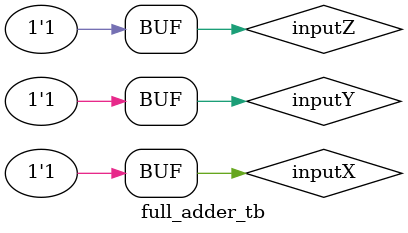
<source format=v>
`timescale 1ns / 1ps
module full_adder_tb(

);

reg inputX, inputY, inputZ;
wire Sum;
wire CarryOut;

design_1_wrapper Instance_1_of_Adder(
.X(inputX),
.Y(inputY),
.Z(inputZ),
.OUT1(Sum),
.OUT2(CarryOut));
initial
begin
inputX = 0; inputY = 0; inputZ = 0;
#50
inputX = 0; inputY = 0; inputZ = 1;
#50
inputX = 0; inputY = 1; inputZ = 0;
#50
inputX = 0; inputY = 1; inputZ = 1;
#50
inputX = 1; inputY = 0; inputZ = 0;
#50
inputX = 1; inputY = 0; inputZ = 1;
#50
inputX = 1; inputY = 1; inputZ = 0;
#50
inputX = 1; inputY = 1; inputZ = 1;
end
endmodule
    

</source>
